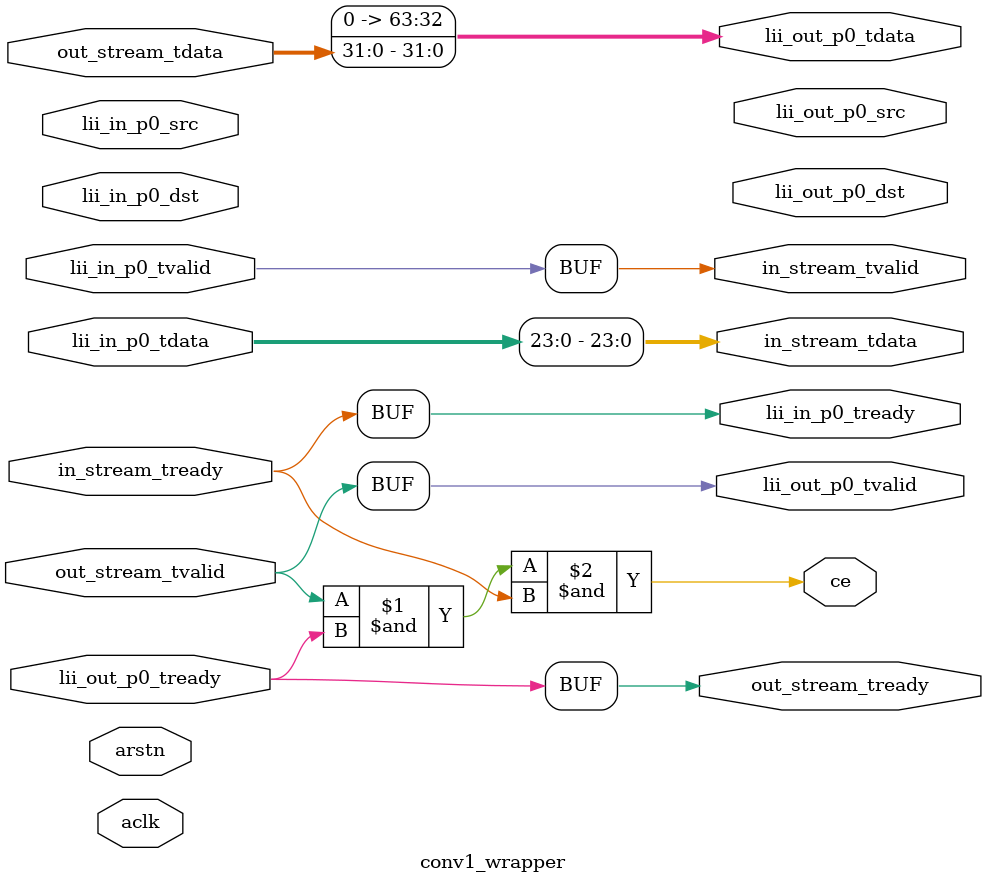
<source format=v>
`timescale 1ns/1ps

module conv1_wrapper
#(
    parameter NIN  = 1,   // logic input streams
    parameter NOUT = 1,  // logic output streams
    parameter P    = 1,              // phy in channels
    parameter Q    = 1,             // phy out channels
    parameter PW   = 64              // packing width
)
(
    // ------ clock and reset ------
    input  wire                     aclk,
    input  wire                     arstn,
    // ------ LII phy input ------
    input  wire [PW-1:0]            lii_in_p0_tdata,
    input  wire                     lii_in_p0_tvalid,
    output wire                     lii_in_p0_tready,
    input  wire [7:0]               lii_in_p0_src,
    input  wire [7:0]               lii_in_p0_dst,
    // ------ LII phy output ------
    output wire [PW-1:0]            lii_out_p0_tdata,
    output wire                     lii_out_p0_tvalid,
    input  wire                     lii_out_p0_tready,
    output wire [7:0]               lii_out_p0_src,
    output wire [7:0]               lii_out_p0_dst,
    // ------ connection to HLS kernel ------
    output wire [23:0]   in_stream_tdata,
    output wire                     in_stream_tvalid,
    input  wire                     in_stream_tready,
    input  wire [31:0]   out_stream_tdata,
    input  wire                     out_stream_tvalid,
    output wire                     out_stream_tready,
    // ------ clock enable for HLS kernel ------
    output wire                     ce
);

    // ========= input: unpack =========
    assign lii_in_p0_tready =
        in_stream_tready;
    assign in_stream_tdata  = lii_in_p0_tdata[23:0];
    assign in_stream_tvalid = lii_in_p0_tvalid;

    // ========= output: pack =========
    assign lii_out_p0_tvalid = 
        out_stream_tvalid;
    assign lii_out_p0_tdata = {
        out_stream_tdata
    };
    assign { out_stream_tready } =
           { lii_out_p0_tready };

    // ========= kernel clock gating =========
    assign ce = (out_stream_tvalid) &
                (lii_out_p0_tready) &
                (lii_in_p0_tready);
endmodule
</source>
